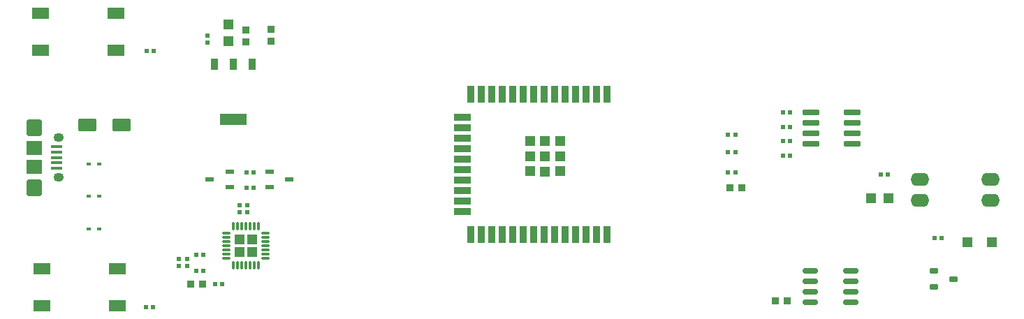
<source format=gtp>
G04*
G04 #@! TF.GenerationSoftware,Altium Limited,Altium Designer,23.9.2 (47)*
G04*
G04 Layer_Color=8421504*
%FSLAX44Y44*%
%MOMM*%
G71*
G04*
G04 #@! TF.SameCoordinates,96740390-7EB4-44B9-9E62-99E587B0A754*
G04*
G04*
G04 #@! TF.FilePolarity,Positive*
G04*
G01*
G75*
%ADD20R,0.4800X0.4000*%
%ADD21R,1.2000X1.2000*%
%ADD22R,0.5500X0.6000*%
%ADD23R,0.6000X0.5500*%
%ADD24R,0.9500X0.9500*%
G04:AMPARAMS|DCode=25|XSize=1.01mm|YSize=0.27mm|CornerRadius=0.0675mm|HoleSize=0mm|Usage=FLASHONLY|Rotation=270.000|XOffset=0mm|YOffset=0mm|HoleType=Round|Shape=RoundedRectangle|*
%AMROUNDEDRECTD25*
21,1,1.0100,0.1350,0,0,270.0*
21,1,0.8750,0.2700,0,0,270.0*
1,1,0.1350,-0.0675,-0.4375*
1,1,0.1350,-0.0675,0.4375*
1,1,0.1350,0.0675,0.4375*
1,1,0.1350,0.0675,-0.4375*
%
%ADD25ROUNDEDRECTD25*%
G04:AMPARAMS|DCode=26|XSize=1.01mm|YSize=0.27mm|CornerRadius=0.0675mm|HoleSize=0mm|Usage=FLASHONLY|Rotation=180.000|XOffset=0mm|YOffset=0mm|HoleType=Round|Shape=RoundedRectangle|*
%AMROUNDEDRECTD26*
21,1,1.0100,0.1350,0,0,180.0*
21,1,0.8750,0.2700,0,0,180.0*
1,1,0.1350,-0.4375,0.0675*
1,1,0.1350,0.4375,0.0675*
1,1,0.1350,0.4375,-0.0675*
1,1,0.1350,-0.4375,-0.0675*
%
%ADD26ROUNDEDRECTD26*%
G04:AMPARAMS|DCode=27|XSize=1.97mm|YSize=0.6mm|CornerRadius=0.075mm|HoleSize=0mm|Usage=FLASHONLY|Rotation=0.000|XOffset=0mm|YOffset=0mm|HoleType=Round|Shape=RoundedRectangle|*
%AMROUNDEDRECTD27*
21,1,1.9700,0.4500,0,0,0.0*
21,1,1.8200,0.6000,0,0,0.0*
1,1,0.1500,0.9100,-0.2250*
1,1,0.1500,-0.9100,-0.2250*
1,1,0.1500,-0.9100,0.2250*
1,1,0.1500,0.9100,0.2250*
%
%ADD27ROUNDEDRECTD27*%
%ADD28R,1.3000X1.1500*%
%ADD29R,1.0000X0.6000*%
%ADD30R,1.3500X0.4000*%
G04:AMPARAMS|DCode=31|XSize=2.1mm|YSize=1.9mm|CornerRadius=0.38mm|HoleSize=0mm|Usage=FLASHONLY|Rotation=270.000|XOffset=0mm|YOffset=0mm|HoleType=Round|Shape=RoundedRectangle|*
%AMROUNDEDRECTD31*
21,1,2.1000,1.1400,0,0,270.0*
21,1,1.3400,1.9000,0,0,270.0*
1,1,0.7600,-0.5700,-0.6700*
1,1,0.7600,-0.5700,0.6700*
1,1,0.7600,0.5700,0.6700*
1,1,0.7600,0.5700,-0.6700*
%
%ADD31ROUNDEDRECTD31*%
%ADD32R,1.9000X1.8000*%
G04:AMPARAMS|DCode=33|XSize=1.05mm|YSize=1.25mm|CornerRadius=0.525mm|HoleSize=0mm|Usage=FLASHONLY|Rotation=90.000|XOffset=0mm|YOffset=0mm|HoleType=Round|Shape=RoundedRectangle|*
%AMROUNDEDRECTD33*
21,1,1.0500,0.2000,0,0,90.0*
21,1,0.0000,1.2500,0,0,90.0*
1,1,1.0500,0.1000,0.0000*
1,1,1.0500,0.1000,0.0000*
1,1,1.0500,-0.1000,0.0000*
1,1,1.0500,-0.1000,0.0000*
%
%ADD33ROUNDEDRECTD33*%
%ADD34R,2.1000X1.4000*%
%ADD35R,3.2500X1.3500*%
%ADD36R,0.9000X1.3500*%
%ADD37R,1.3000X1.3000*%
%ADD38R,1.3000X1.3000*%
%ADD39R,0.9000X2.0000*%
%ADD40R,2.0000X0.9000*%
%ADD41R,0.9500X0.9500*%
G04:AMPARAMS|DCode=42|XSize=1.9mm|YSize=0.6mm|CornerRadius=0.15mm|HoleSize=0mm|Usage=FLASHONLY|Rotation=0.000|XOffset=0mm|YOffset=0mm|HoleType=Round|Shape=RoundedRectangle|*
%AMROUNDEDRECTD42*
21,1,1.9000,0.3000,0,0,0.0*
21,1,1.6000,0.6000,0,0,0.0*
1,1,0.3000,0.8000,-0.1500*
1,1,0.3000,-0.8000,-0.1500*
1,1,0.3000,-0.8000,0.1500*
1,1,0.3000,0.8000,0.1500*
%
%ADD42ROUNDEDRECTD42*%
%ADD43O,2.2500X1.6000*%
G04:AMPARAMS|DCode=44|XSize=2.2mm|YSize=1.5mm|CornerRadius=0.1875mm|HoleSize=0mm|Usage=FLASHONLY|Rotation=0.000|XOffset=0mm|YOffset=0mm|HoleType=Round|Shape=RoundedRectangle|*
%AMROUNDEDRECTD44*
21,1,2.2000,1.1250,0,0,0.0*
21,1,1.8250,1.5000,0,0,0.0*
1,1,0.3750,0.9125,-0.5625*
1,1,0.3750,-0.9125,-0.5625*
1,1,0.3750,-0.9125,0.5625*
1,1,0.3750,0.9125,0.5625*
%
%ADD44ROUNDEDRECTD44*%
G04:AMPARAMS|DCode=45|XSize=0.6mm|YSize=1mm|CornerRadius=0.075mm|HoleSize=0mm|Usage=FLASHONLY|Rotation=270.000|XOffset=0mm|YOffset=0mm|HoleType=Round|Shape=RoundedRectangle|*
%AMROUNDEDRECTD45*
21,1,0.6000,0.8500,0,0,270.0*
21,1,0.4500,1.0000,0,0,270.0*
1,1,0.1500,-0.4250,-0.2250*
1,1,0.1500,-0.4250,0.2250*
1,1,0.1500,0.4250,0.2250*
1,1,0.1500,0.4250,-0.2250*
%
%ADD45ROUNDEDRECTD45*%
%ADD46R,1.2000X1.2000*%
G36*
X270615Y77191D02*
X259101D01*
Y88705D01*
X270615D01*
Y77191D01*
D02*
G37*
G36*
X270605Y92297D02*
X259107D01*
Y103815D01*
X270605D01*
Y92297D01*
D02*
G37*
G36*
X285726Y77196D02*
X274206D01*
Y88694D01*
X285726D01*
Y77196D01*
D02*
G37*
G36*
X285715Y92306D02*
X274216D01*
Y103805D01*
X285715D01*
Y92306D01*
D02*
G37*
D20*
X81665Y189865D02*
D03*
X94865D02*
D03*
Y111125D02*
D03*
X81665D02*
D03*
X94865Y150495D02*
D03*
X81665D02*
D03*
D21*
X250825Y338201D02*
D03*
Y359201D02*
D03*
D22*
X225425Y336745D02*
D03*
Y345245D02*
D03*
X201295Y66235D02*
D03*
Y74735D02*
D03*
X191135Y66235D02*
D03*
Y74735D02*
D03*
X273685Y131005D02*
D03*
Y139505D02*
D03*
X264795Y131005D02*
D03*
Y139505D02*
D03*
D23*
X281745Y179705D02*
D03*
X273245D02*
D03*
X220785Y79375D02*
D03*
X212285D02*
D03*
Y60325D02*
D03*
X220785D02*
D03*
X235145Y43815D02*
D03*
X243645D02*
D03*
X159825Y15875D02*
D03*
X151325D02*
D03*
X273245Y160655D02*
D03*
X281745D02*
D03*
X1106805Y99695D02*
D03*
X1115305D02*
D03*
X923485Y252095D02*
D03*
X931985D02*
D03*
X857005Y225425D02*
D03*
X865505D02*
D03*
X931985Y234315D02*
D03*
X923485D02*
D03*
X857005Y179705D02*
D03*
X865505D02*
D03*
X857005Y203835D02*
D03*
X865505D02*
D03*
X931985Y217805D02*
D03*
X923485D02*
D03*
X931985Y200025D02*
D03*
X923485D02*
D03*
X1050095Y177165D02*
D03*
X1041595D02*
D03*
X151765Y327025D02*
D03*
X160265D02*
D03*
D24*
X219975Y43815D02*
D03*
X205475D02*
D03*
X928635Y23495D02*
D03*
X914135D02*
D03*
X858755Y160655D02*
D03*
X873255D02*
D03*
D25*
X257415Y114105D02*
D03*
X262415D02*
D03*
X267415D02*
D03*
X272415D02*
D03*
X277415D02*
D03*
X282415D02*
D03*
X287415D02*
D03*
Y66905D02*
D03*
X282415D02*
D03*
X277415D02*
D03*
X272415D02*
D03*
X267415D02*
D03*
X262415D02*
D03*
X257415D02*
D03*
D26*
X296015Y105505D02*
D03*
Y100505D02*
D03*
Y95505D02*
D03*
Y90505D02*
D03*
Y85505D02*
D03*
Y80505D02*
D03*
Y75505D02*
D03*
X248815D02*
D03*
Y80505D02*
D03*
Y85505D02*
D03*
Y90505D02*
D03*
Y95505D02*
D03*
Y100505D02*
D03*
Y105505D02*
D03*
D27*
X1007045Y252095D02*
D03*
Y239395D02*
D03*
Y226695D02*
D03*
Y213995D02*
D03*
X957645D02*
D03*
Y226695D02*
D03*
Y239395D02*
D03*
Y252095D02*
D03*
D28*
X1176655Y94615D02*
D03*
X1146655D02*
D03*
D29*
X301055Y180315D02*
D03*
Y161315D02*
D03*
X325055Y170815D02*
D03*
X228665D02*
D03*
X252665Y180315D02*
D03*
Y161315D02*
D03*
D30*
X42625Y204055D02*
D03*
Y210555D02*
D03*
Y184555D02*
D03*
Y191055D02*
D03*
Y197555D02*
D03*
D31*
X15875Y161055D02*
D03*
Y234055D02*
D03*
D32*
Y209055D02*
D03*
Y186055D02*
D03*
D33*
X45375Y221805D02*
D03*
Y173305D02*
D03*
D34*
X23715Y372385D02*
D03*
X114715D02*
D03*
Y327385D02*
D03*
X23715D02*
D03*
X116205Y62865D02*
D03*
X25205D02*
D03*
Y17865D02*
D03*
X116205D02*
D03*
D35*
X257175Y243995D02*
D03*
D36*
X234275Y310995D02*
D03*
X257175D02*
D03*
X280075D02*
D03*
D37*
X653443Y180975D02*
D03*
X635014Y180678D02*
D03*
Y199028D02*
D03*
Y217378D02*
D03*
X616585Y180975D02*
D03*
D38*
X653443Y199325D02*
D03*
X653364Y217378D02*
D03*
X616664D02*
D03*
X616585Y199325D02*
D03*
D39*
X710014Y274028D02*
D03*
D03*
X697314D02*
D03*
X684614D02*
D03*
X671914D02*
D03*
X659214D02*
D03*
X646514D02*
D03*
X633814D02*
D03*
X621114D02*
D03*
X608414D02*
D03*
X595714D02*
D03*
X583014D02*
D03*
X570314D02*
D03*
X557614D02*
D03*
X544914D02*
D03*
Y104028D02*
D03*
D03*
X557614D02*
D03*
X570314D02*
D03*
X583014D02*
D03*
X595714D02*
D03*
X608414D02*
D03*
X621114D02*
D03*
X633814D02*
D03*
X646514D02*
D03*
X659214D02*
D03*
X671914D02*
D03*
X684614D02*
D03*
X697314D02*
D03*
X710014D02*
D03*
D40*
X534914Y246178D02*
D03*
D03*
Y233478D02*
D03*
Y220778D02*
D03*
Y208078D02*
D03*
Y195378D02*
D03*
Y182678D02*
D03*
Y169978D02*
D03*
Y157278D02*
D03*
Y144578D02*
D03*
Y131878D02*
D03*
D41*
X302895Y353325D02*
D03*
Y338825D02*
D03*
X272415Y337925D02*
D03*
Y352425D02*
D03*
D42*
X956525Y60325D02*
D03*
Y47625D02*
D03*
Y34925D02*
D03*
Y22225D02*
D03*
X1005625D02*
D03*
Y34925D02*
D03*
Y47625D02*
D03*
Y60325D02*
D03*
D43*
X1089705Y170815D02*
D03*
Y145415D02*
D03*
X1174705D02*
D03*
Y170815D02*
D03*
D44*
X121965Y236855D02*
D03*
X79965D02*
D03*
D45*
X1106735Y59665D02*
D03*
Y40665D02*
D03*
X1129735Y50165D02*
D03*
D46*
X1051351Y147955D02*
D03*
X1030351D02*
D03*
M02*

</source>
